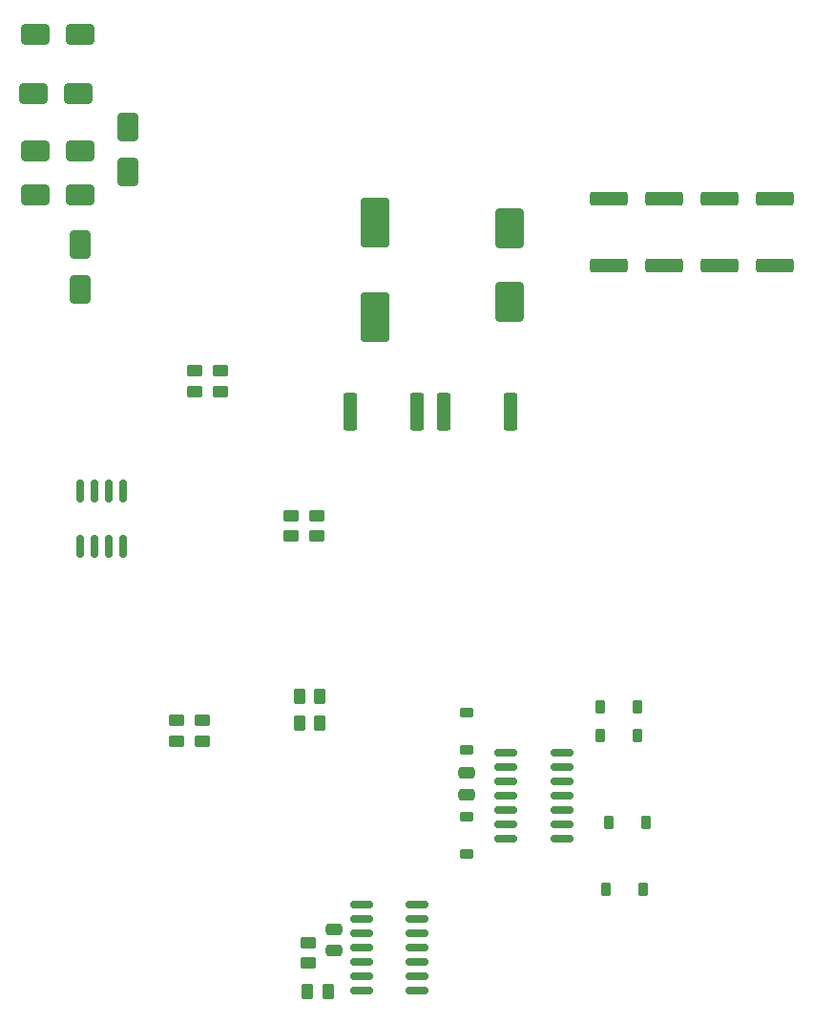
<source format=gbr>
%TF.GenerationSoftware,KiCad,Pcbnew,8.0.2*%
%TF.CreationDate,2025-04-19T11:58:39+02:00*%
%TF.ProjectId,Patje zuig men kloten,5061746a-6520-47a7-9569-67206d656e20,rev?*%
%TF.SameCoordinates,Original*%
%TF.FileFunction,Paste,Top*%
%TF.FilePolarity,Positive*%
%FSLAX46Y46*%
G04 Gerber Fmt 4.6, Leading zero omitted, Abs format (unit mm)*
G04 Created by KiCad (PCBNEW 8.0.2) date 2025-04-19 11:58:39*
%MOMM*%
%LPD*%
G01*
G04 APERTURE LIST*
G04 Aperture macros list*
%AMRoundRect*
0 Rectangle with rounded corners*
0 $1 Rounding radius*
0 $2 $3 $4 $5 $6 $7 $8 $9 X,Y pos of 4 corners*
0 Add a 4 corners polygon primitive as box body*
4,1,4,$2,$3,$4,$5,$6,$7,$8,$9,$2,$3,0*
0 Add four circle primitives for the rounded corners*
1,1,$1+$1,$2,$3*
1,1,$1+$1,$4,$5*
1,1,$1+$1,$6,$7*
1,1,$1+$1,$8,$9*
0 Add four rect primitives between the rounded corners*
20,1,$1+$1,$2,$3,$4,$5,0*
20,1,$1+$1,$4,$5,$6,$7,0*
20,1,$1+$1,$6,$7,$8,$9,0*
20,1,$1+$1,$8,$9,$2,$3,0*%
G04 Aperture macros list end*
%ADD10RoundRect,0.250000X-0.450000X0.262500X-0.450000X-0.262500X0.450000X-0.262500X0.450000X0.262500X0*%
%ADD11RoundRect,0.250000X1.425000X-0.362500X1.425000X0.362500X-1.425000X0.362500X-1.425000X-0.362500X0*%
%ADD12RoundRect,0.250000X-0.262500X-0.450000X0.262500X-0.450000X0.262500X0.450000X-0.262500X0.450000X0*%
%ADD13RoundRect,0.250000X-0.362500X-1.425000X0.362500X-1.425000X0.362500X1.425000X-0.362500X1.425000X0*%
%ADD14RoundRect,0.225000X-0.375000X0.225000X-0.375000X-0.225000X0.375000X-0.225000X0.375000X0.225000X0*%
%ADD15RoundRect,0.250000X0.475000X-0.250000X0.475000X0.250000X-0.475000X0.250000X-0.475000X-0.250000X0*%
%ADD16RoundRect,0.225000X-0.225000X-0.375000X0.225000X-0.375000X0.225000X0.375000X-0.225000X0.375000X0*%
%ADD17RoundRect,0.250000X1.000000X0.650000X-1.000000X0.650000X-1.000000X-0.650000X1.000000X-0.650000X0*%
%ADD18RoundRect,0.250000X-1.000000X1.950000X-1.000000X-1.950000X1.000000X-1.950000X1.000000X1.950000X0*%
%ADD19RoundRect,0.150000X-0.825000X-0.150000X0.825000X-0.150000X0.825000X0.150000X-0.825000X0.150000X0*%
%ADD20RoundRect,0.250000X0.450000X-0.262500X0.450000X0.262500X-0.450000X0.262500X-0.450000X-0.262500X0*%
%ADD21RoundRect,0.250000X-1.000000X-0.650000X1.000000X-0.650000X1.000000X0.650000X-1.000000X0.650000X0*%
%ADD22RoundRect,0.250000X-0.650000X1.000000X-0.650000X-1.000000X0.650000X-1.000000X0.650000X1.000000X0*%
%ADD23RoundRect,0.250000X-1.000000X1.500000X-1.000000X-1.500000X1.000000X-1.500000X1.000000X1.500000X0*%
%ADD24RoundRect,0.250000X0.262500X0.450000X-0.262500X0.450000X-0.262500X-0.450000X0.262500X-0.450000X0*%
%ADD25RoundRect,0.150000X-0.150000X0.825000X-0.150000X-0.825000X0.150000X-0.825000X0.150000X0.825000X0*%
G04 APERTURE END LIST*
D10*
%TO.C,Rf1*%
X141962500Y-88368500D03*
X141962500Y-90193500D03*
%TD*%
D11*
%TO.C,R3*%
X179998500Y-66167000D03*
X179998500Y-60242000D03*
%TD*%
D12*
%TO.C,Rf4*%
X142735000Y-106763500D03*
X144560000Y-106763500D03*
%TD*%
D13*
%TO.C,R5*%
X147255000Y-79121000D03*
X153180000Y-79121000D03*
%TD*%
D11*
%TO.C,R2*%
X175108500Y-66167000D03*
X175108500Y-60242000D03*
%TD*%
D14*
%TO.C,D4*%
X157583500Y-115063000D03*
X157583500Y-118363000D03*
%TD*%
D15*
%TO.C,C4*%
X157583500Y-113091000D03*
X157583500Y-111191000D03*
%TD*%
D16*
%TO.C,D5*%
X170156500Y-115570000D03*
X173456500Y-115570000D03*
%TD*%
D17*
%TO.C,D7*%
X123134500Y-50927000D03*
X119134500Y-50927000D03*
%TD*%
D10*
%TO.C,R7*%
X143486500Y-126214500D03*
X143486500Y-128039500D03*
%TD*%
D18*
%TO.C,C1*%
X149455500Y-62348000D03*
X149455500Y-70748000D03*
%TD*%
D19*
%TO.C,U3*%
X161045500Y-109368000D03*
X161045500Y-110638000D03*
X161045500Y-111908000D03*
X161045500Y-113178000D03*
X161045500Y-114448000D03*
X161045500Y-115718000D03*
X161045500Y-116988000D03*
X165995500Y-116988000D03*
X165995500Y-115718000D03*
X165995500Y-114448000D03*
X165995500Y-113178000D03*
X165995500Y-111908000D03*
X165995500Y-110638000D03*
X165995500Y-109368000D03*
%TD*%
D20*
%TO.C,Ri3*%
X134088500Y-108354500D03*
X134088500Y-106529500D03*
%TD*%
D10*
%TO.C,Ri2*%
X133453500Y-75541500D03*
X133453500Y-77366500D03*
%TD*%
D21*
%TO.C,D9*%
X119261500Y-59944000D03*
X123261500Y-59944000D03*
%TD*%
D16*
%TO.C,D11*%
X169395500Y-105283000D03*
X172695500Y-105283000D03*
%TD*%
D22*
%TO.C,D2*%
X123317000Y-64294000D03*
X123317000Y-68294000D03*
%TD*%
D11*
%TO.C,R4*%
X184888500Y-66167000D03*
X184888500Y-60242000D03*
%TD*%
D22*
%TO.C,D10*%
X127484500Y-53880000D03*
X127484500Y-57880000D03*
%TD*%
D16*
%TO.C,D6*%
X169950000Y-121500000D03*
X173250000Y-121500000D03*
%TD*%
D10*
%TO.C,Ri4*%
X131802500Y-106529500D03*
X131802500Y-108354500D03*
%TD*%
D23*
%TO.C,C2*%
X161393500Y-62917000D03*
X161393500Y-69417000D03*
%TD*%
D12*
%TO.C,R8*%
X143463000Y-130556000D03*
X145288000Y-130556000D03*
%TD*%
D24*
%TO.C,Rf3*%
X144560000Y-104350500D03*
X142735000Y-104350500D03*
%TD*%
D11*
%TO.C,R1*%
X170218500Y-66167000D03*
X170218500Y-60242000D03*
%TD*%
D16*
%TO.C,D12*%
X169395500Y-107823000D03*
X172695500Y-107823000D03*
%TD*%
D15*
%TO.C,C3*%
X145772500Y-126934000D03*
X145772500Y-125034000D03*
%TD*%
D17*
%TO.C,D1*%
X123261500Y-45720000D03*
X119261500Y-45720000D03*
%TD*%
D13*
%TO.C,R6*%
X155510000Y-79121000D03*
X161435000Y-79121000D03*
%TD*%
D25*
%TO.C,U1*%
X127103500Y-86171000D03*
X125833500Y-86171000D03*
X124563500Y-86171000D03*
X123293500Y-86171000D03*
X123293500Y-91121000D03*
X124563500Y-91121000D03*
X125833500Y-91121000D03*
X127103500Y-91121000D03*
%TD*%
D21*
%TO.C,D8*%
X119261500Y-56007000D03*
X123261500Y-56007000D03*
%TD*%
D20*
%TO.C,Ri1*%
X135739500Y-77366500D03*
X135739500Y-75541500D03*
%TD*%
D19*
%TO.C,U2*%
X148250500Y-122809000D03*
X148250500Y-124079000D03*
X148250500Y-125349000D03*
X148250500Y-126619000D03*
X148250500Y-127889000D03*
X148250500Y-129159000D03*
X148250500Y-130429000D03*
X153200500Y-130429000D03*
X153200500Y-129159000D03*
X153200500Y-127889000D03*
X153200500Y-126619000D03*
X153200500Y-125349000D03*
X153200500Y-124079000D03*
X153200500Y-122809000D03*
%TD*%
D14*
%TO.C,D3*%
X157536500Y-105792000D03*
X157536500Y-109092000D03*
%TD*%
D20*
%TO.C,Rf2*%
X144248500Y-90193500D03*
X144248500Y-88368500D03*
%TD*%
M02*

</source>
